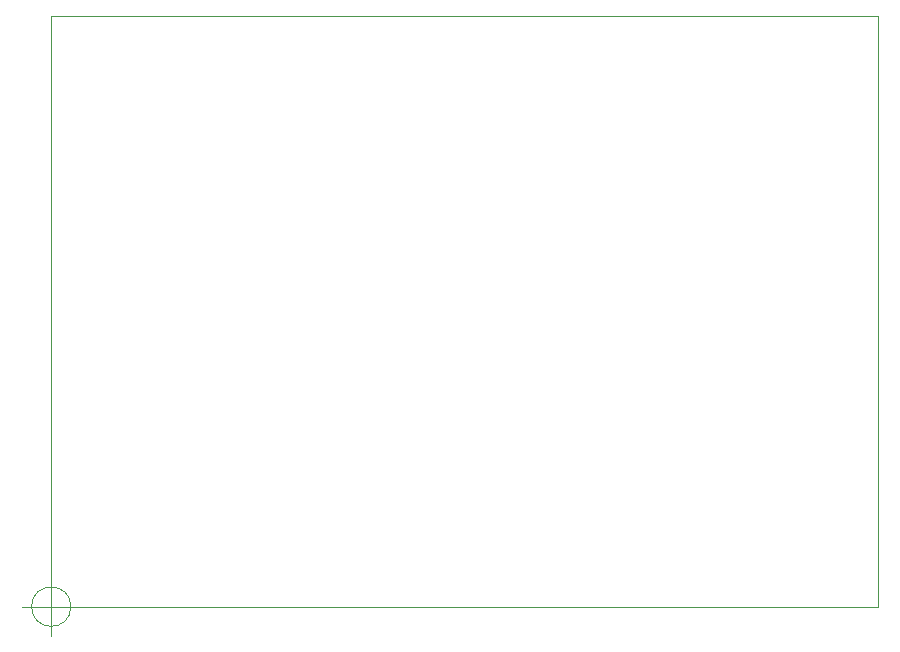
<source format=gbr>
G04 #@! TF.GenerationSoftware,KiCad,Pcbnew,5.1.5+dfsg1-2build2*
G04 #@! TF.CreationDate,2021-04-03T14:20:16+02:00*
G04 #@! TF.ProjectId,STM32_Test_Board,53544d33-325f-4546-9573-745f426f6172,rev?*
G04 #@! TF.SameCoordinates,PX69db9c0PY7459280*
G04 #@! TF.FileFunction,Profile,NP*
%FSLAX46Y46*%
G04 Gerber Fmt 4.6, Leading zero omitted, Abs format (unit mm)*
G04 Created by KiCad (PCBNEW 5.1.5+dfsg1-2build2) date 2021-04-03 14:20:16*
%MOMM*%
%LPD*%
G04 APERTURE LIST*
%ADD10C,0.050000*%
G04 APERTURE END LIST*
D10*
X1666666Y0D02*
G75*
G03X1666666Y0I-1666666J0D01*
G01*
X-2500000Y0D02*
X2500000Y0D01*
X0Y2500000D02*
X0Y-2500000D01*
X70000000Y0D02*
X70000000Y50000000D01*
X0Y0D02*
X70000000Y0D01*
X0Y50000000D02*
X0Y0D01*
X0Y50000000D02*
X70000000Y50000000D01*
M02*

</source>
